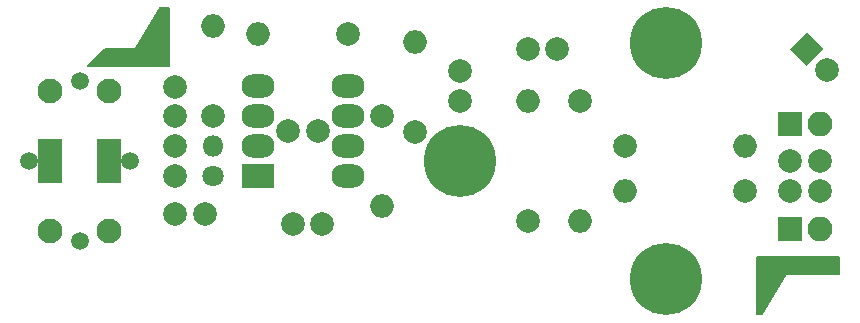
<source format=gts>
G04 #@! TF.GenerationSoftware,KiCad,Pcbnew,5.1.5-52549c5~84~ubuntu19.10.1*
G04 #@! TF.CreationDate,2019-12-29T22:09:26+01:00*
G04 #@! TF.ProjectId,DIY_detector,4449595f-6465-4746-9563-746f722e6b69,V1.1*
G04 #@! TF.SameCoordinates,Original*
G04 #@! TF.FileFunction,Soldermask,Top*
G04 #@! TF.FilePolarity,Negative*
%FSLAX46Y46*%
G04 Gerber Fmt 4.6, Leading zero omitted, Abs format (unit mm)*
G04 Created by KiCad (PCBNEW 5.1.5-52549c5~84~ubuntu19.10.1) date 2019-12-29 22:09:26*
%MOMM*%
%LPD*%
G04 APERTURE LIST*
%ADD10R,2.100000X2.100000*%
%ADD11O,2.100000X2.100000*%
%ADD12C,2.000000*%
%ADD13O,2.000000X2.000000*%
%ADD14C,1.800000*%
%ADD15O,1.800000X1.800000*%
%ADD16R,2.800000X2.000000*%
%ADD17O,2.800000X2.000000*%
%ADD18C,0.100000*%
%ADD19C,6.100000*%
%ADD20C,2.100000*%
%ADD21C,1.500000*%
%ADD22C,0.150000*%
G04 APERTURE END LIST*
D10*
X165440000Y-118215000D03*
D11*
X167980000Y-118215000D03*
D10*
X165440000Y-109325000D03*
D11*
X167980000Y-109325000D03*
D12*
X151470000Y-111230000D03*
D13*
X161630000Y-111230000D03*
D12*
X161630000Y-115040000D03*
D13*
X151470000Y-115040000D03*
D12*
X167980000Y-112500000D03*
X167980000Y-115000000D03*
D14*
X116545000Y-113770000D03*
D15*
X116545000Y-111230000D03*
D16*
X120355000Y-113770000D03*
D17*
X127975000Y-106150000D03*
X120355000Y-111230000D03*
X127975000Y-108690000D03*
X120355000Y-108690000D03*
X127975000Y-111230000D03*
X120355000Y-106150000D03*
X127975000Y-113770000D03*
D18*
G36*
X165385786Y-103000000D02*
G01*
X166800000Y-101585786D01*
X168214214Y-103000000D01*
X166800000Y-104414214D01*
X165385786Y-103000000D01*
G37*
D12*
X168567767Y-104767767D03*
X113370000Y-111230000D03*
X113370000Y-113730000D03*
X113370000Y-116945000D03*
X115870000Y-116945000D03*
X113370000Y-108690000D03*
X113370000Y-106190000D03*
X123316000Y-117834000D03*
X125816000Y-117834000D03*
X125435000Y-109960000D03*
X122935000Y-109960000D03*
X137500000Y-104880000D03*
X137500000Y-107380000D03*
X143215000Y-102975000D03*
X145715000Y-102975000D03*
X165440000Y-112500000D03*
X165440000Y-115000000D03*
X116545000Y-108690000D03*
D13*
X116545000Y-101070000D03*
D12*
X130896000Y-108690000D03*
D13*
X130896000Y-116310000D03*
D12*
X133690000Y-110000000D03*
D13*
X133690000Y-102380000D03*
D12*
X128000000Y-101750000D03*
D13*
X120380000Y-101750000D03*
D19*
X137500000Y-112500000D03*
X154900000Y-122500000D03*
D20*
X107750000Y-118430000D03*
D10*
X107750000Y-113350000D03*
X107750000Y-111650000D03*
D20*
X107750000Y-106570000D03*
X102750000Y-106570000D03*
D10*
X102750000Y-111650000D03*
X102750000Y-113350000D03*
D20*
X102750000Y-118430000D03*
D12*
X143215000Y-117580000D03*
D13*
X143215000Y-107420000D03*
X147660000Y-117580000D03*
D12*
X147660000Y-107420000D03*
D21*
X105250000Y-105750000D03*
X109500000Y-112500000D03*
X101000000Y-112500000D03*
X105250000Y-119250000D03*
D19*
X154900000Y-102500000D03*
D22*
G36*
X169525000Y-122025000D02*
G01*
X165100000Y-122025000D01*
X165085368Y-122026441D01*
X165071299Y-122030709D01*
X165058332Y-122037640D01*
X165046967Y-122046967D01*
X165035355Y-122061973D01*
X163057104Y-125425000D01*
X162575000Y-125425000D01*
X162575000Y-120575000D01*
X169525000Y-120575000D01*
X169525000Y-122025000D01*
G37*
X169525000Y-122025000D02*
X165100000Y-122025000D01*
X165085368Y-122026441D01*
X165071299Y-122030709D01*
X165058332Y-122037640D01*
X165046967Y-122046967D01*
X165035355Y-122061973D01*
X163057104Y-125425000D01*
X162575000Y-125425000D01*
X162575000Y-120575000D01*
X169525000Y-120575000D01*
X169525000Y-122025000D01*
G36*
X112825000Y-104425000D02*
G01*
X105981066Y-104425000D01*
X107431066Y-102975000D01*
X110000000Y-102975000D01*
X110014632Y-102973559D01*
X110028701Y-102969291D01*
X110041668Y-102962360D01*
X110053033Y-102953033D01*
X110064645Y-102938027D01*
X112042896Y-99575000D01*
X112825000Y-99575000D01*
X112825000Y-104425000D01*
G37*
X112825000Y-104425000D02*
X105981066Y-104425000D01*
X107431066Y-102975000D01*
X110000000Y-102975000D01*
X110014632Y-102973559D01*
X110028701Y-102969291D01*
X110041668Y-102962360D01*
X110053033Y-102953033D01*
X110064645Y-102938027D01*
X112042896Y-99575000D01*
X112825000Y-99575000D01*
X112825000Y-104425000D01*
M02*

</source>
